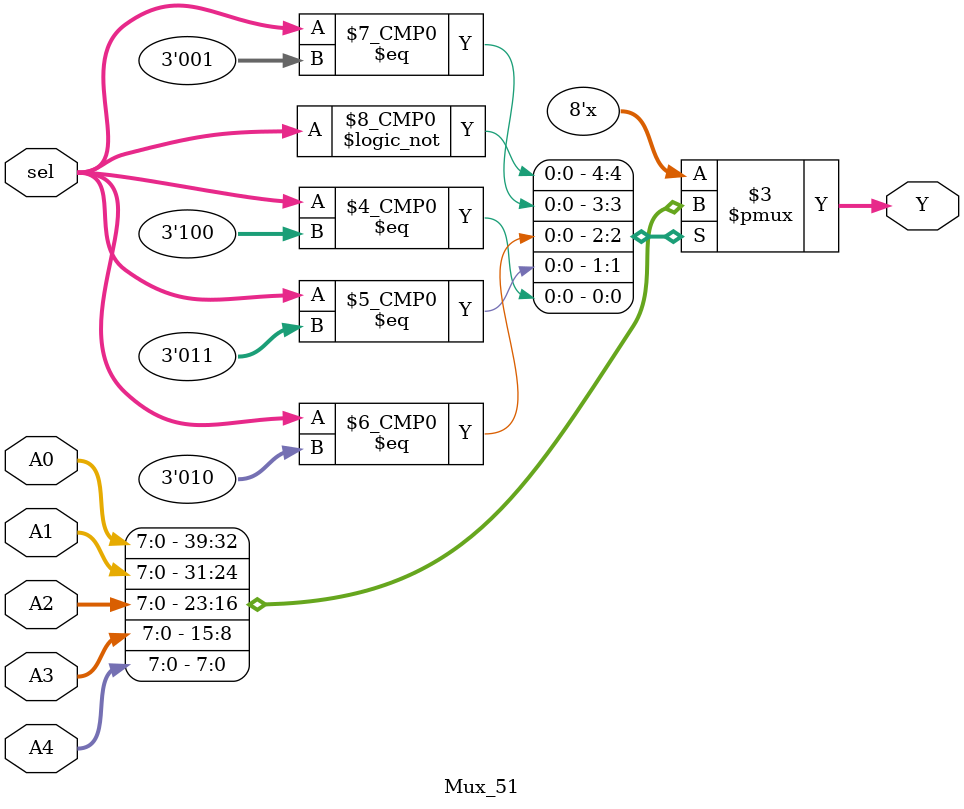
<source format=v>
module Mux_51(Y,A0,A1,A2,A3,A4,sel);

output	[7:0]Y;
input	[7:0]A4,A3,A2,A1,A0;
input	[2:0]sel;

reg		[7:0]Y;

always@(*)
	begin
		case(sel)
			0:	Y=A0;
			1:	Y=A1;
			2:	Y=A2;
			3:	Y=A3;
			4:	Y=A4;
			default:Y=8'bx;
		endcase
	end

endmodule


</source>
